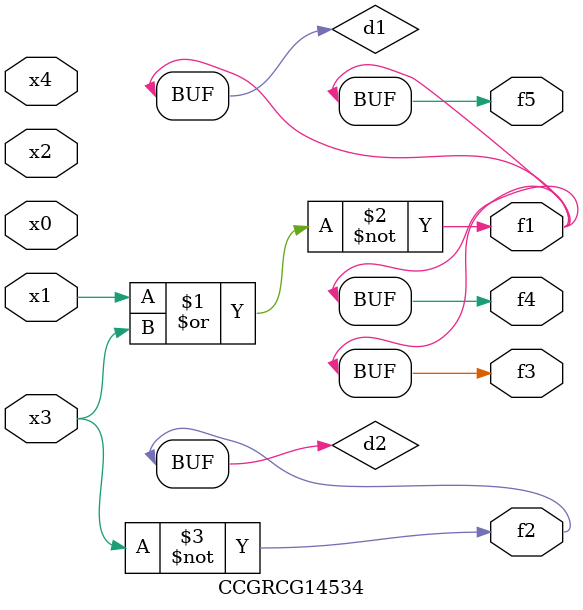
<source format=v>
module CCGRCG14534(
	input x0, x1, x2, x3, x4,
	output f1, f2, f3, f4, f5
);

	wire d1, d2;

	nor (d1, x1, x3);
	not (d2, x3);
	assign f1 = d1;
	assign f2 = d2;
	assign f3 = d1;
	assign f4 = d1;
	assign f5 = d1;
endmodule

</source>
